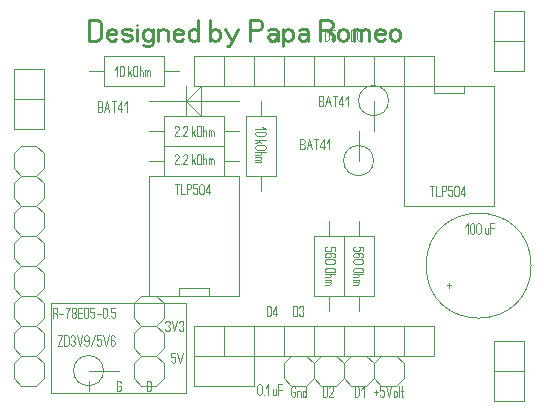
<source format=gbr>
%FSLAX34Y34*%
%MOMM*%
%LNCOPPER_BOTTOM*%
G71*
G01*
%ADD10C, 0.10*%
%ADD11C, 0.06*%
%ADD12C, 0.22*%
%LPD*%
G54D10*
X285750Y603250D02*
X400050Y603250D01*
X400050Y527050D01*
X285750Y527050D01*
X285750Y603250D01*
G54D10*
X317500Y800100D02*
X330200Y800100D01*
X330200Y812800D01*
X381000Y812800D01*
X381000Y787400D01*
X330200Y787400D01*
X330200Y800100D01*
G54D10*
X381000Y800100D02*
X393700Y800100D01*
G54D10*
X368300Y774700D02*
X444500Y774700D01*
G54D10*
X400050Y787400D02*
X400050Y762000D01*
G54D10*
X400050Y774700D02*
X412750Y787400D01*
X412750Y762000D01*
X400050Y774700D01*
G54D10*
X368300Y749300D02*
X381000Y749300D01*
X381000Y762000D01*
X431800Y762000D01*
X431800Y736600D01*
X381000Y736600D01*
X381000Y749300D01*
G54D10*
X431800Y749300D02*
X444500Y749300D01*
G54D10*
X368300Y723900D02*
X381000Y723900D01*
G54D10*
X431800Y723900D02*
X444500Y723900D01*
G54D10*
X381000Y736600D02*
X381000Y711200D01*
X431800Y711200D01*
X431800Y736600D01*
G54D10*
X463550Y774700D02*
X463550Y762000D01*
X476250Y762000D01*
X476250Y711200D01*
X450850Y711200D01*
X450850Y762000D01*
X463550Y762000D01*
G54D10*
X463550Y711200D02*
X463550Y698500D01*
G54D10*
X260350Y736600D02*
X273050Y736600D01*
X279400Y730250D01*
X279400Y717550D01*
X273050Y711200D01*
X260350Y711200D01*
X254000Y717550D01*
X254000Y730250D01*
X260350Y736600D01*
G54D10*
X260350Y711200D02*
X273050Y711200D01*
X279400Y704850D01*
X279400Y692150D01*
X273050Y685800D01*
X260350Y685800D01*
X254000Y692150D01*
X254000Y704850D01*
X260350Y711200D01*
G54D10*
X260350Y685800D02*
X273050Y685800D01*
X279400Y679450D01*
X279400Y666750D01*
X273050Y660400D01*
X260350Y660400D01*
X254000Y666750D01*
X254000Y679450D01*
X260350Y685800D01*
G54D10*
X260350Y660400D02*
X273050Y660400D01*
X279400Y654050D01*
X279400Y641350D01*
X273050Y635000D01*
X260350Y635000D01*
X254000Y641350D01*
X254000Y654050D01*
X260350Y660400D01*
G54D10*
X260350Y635000D02*
X273050Y635000D01*
X279400Y628650D01*
X279400Y615950D01*
X273050Y609600D01*
X260350Y609600D01*
X254000Y615950D01*
X254000Y628650D01*
X260350Y635000D01*
G54D10*
X260350Y609600D02*
X273050Y609600D01*
X279400Y603250D01*
X279400Y590550D01*
X273050Y584200D01*
X260350Y584200D01*
X254000Y590550D01*
X254000Y603250D01*
X260350Y609600D01*
G54D10*
X260350Y584200D02*
X273050Y584200D01*
X279400Y577850D01*
X279400Y565150D01*
X273050Y558800D01*
X260350Y558800D01*
X254000Y565150D01*
X254000Y577850D01*
X260350Y584200D01*
G54D10*
X260350Y558800D02*
X273050Y558800D01*
X279400Y552450D01*
X279400Y539750D01*
X273050Y533400D01*
X260350Y533400D01*
X254000Y539750D01*
X254000Y552450D01*
X260350Y558800D01*
G54D10*
X361950Y609600D02*
X374650Y609600D01*
X381000Y603250D01*
X381000Y590550D01*
X374650Y584200D01*
X361950Y584200D01*
X355600Y590550D01*
X355600Y603250D01*
X361950Y609600D01*
G54D10*
X361950Y584200D02*
X374650Y584200D01*
X381000Y577850D01*
X381000Y565150D01*
X374650Y558800D01*
X361950Y558800D01*
X355600Y565150D01*
X355600Y577850D01*
X361950Y584200D01*
G54D10*
X361950Y558800D02*
X374650Y558800D01*
X381000Y552450D01*
X381000Y539750D01*
X374650Y533400D01*
X361950Y533400D01*
X355600Y539750D01*
X355600Y552450D01*
X361950Y558800D01*
G54D10*
X368300Y609600D02*
X393700Y609600D01*
X393700Y615950D01*
X419100Y615950D01*
X419100Y609600D01*
G54D10*
X368300Y609600D02*
X444500Y609600D01*
X444500Y711200D01*
X368300Y711200D01*
X368300Y609600D01*
G54D10*
X406400Y584200D02*
X609600Y584200D01*
X609600Y558800D01*
X406400Y558800D01*
X406400Y584200D01*
G54D10*
X431800Y584200D02*
X431800Y558800D01*
G54D10*
X457200Y584200D02*
X457200Y558800D01*
G54D10*
X482600Y584200D02*
X482600Y558800D01*
G54D10*
X508000Y584200D02*
X508000Y558800D01*
G54D10*
X533400Y584200D02*
X533400Y558800D01*
G54D10*
X558800Y584200D02*
X558800Y558800D01*
G54D10*
X584200Y584200D02*
X584200Y558800D01*
G54D10*
X488950Y558800D02*
X501650Y558800D01*
X508000Y552450D01*
X508000Y539750D01*
X501650Y533400D01*
X488950Y533400D01*
X482600Y539750D01*
X482600Y552450D01*
X488950Y558800D01*
G54D10*
X514350Y558800D02*
X527050Y558800D01*
X533400Y552450D01*
X533400Y539750D01*
X527050Y533400D01*
X514350Y533400D01*
X508000Y539750D01*
X508000Y552450D01*
X514350Y558800D01*
G54D10*
X539750Y558800D02*
X552450Y558800D01*
X558800Y552450D01*
X558800Y539750D01*
X552450Y533400D01*
X539750Y533400D01*
X533400Y539750D01*
X533400Y552450D01*
X539750Y558800D01*
G54D10*
X565150Y558800D02*
X577850Y558800D01*
X584200Y552450D01*
X584200Y539750D01*
X577850Y533400D01*
X565150Y533400D01*
X558800Y539750D01*
X558800Y552450D01*
X565150Y558800D01*
G54D10*
X508000Y660400D02*
X558800Y660400D01*
X558800Y609600D01*
X508000Y609600D01*
X508000Y660400D01*
G54D10*
X533400Y660400D02*
X533400Y609600D01*
G54D10*
X520700Y609600D02*
X520700Y596900D01*
G54D10*
X546100Y609600D02*
X546100Y596900D01*
G54D10*
X520700Y673100D02*
X520700Y660400D01*
G54D10*
X546100Y673100D02*
X546100Y660400D01*
G54D10*
X660400Y571500D02*
X685800Y571500D01*
X685800Y520700D01*
X660400Y520700D01*
X660400Y571500D01*
G54D10*
X660400Y546100D02*
X685800Y546100D01*
G54D10*
X660400Y850900D02*
X685800Y850900D01*
X685800Y800100D01*
X660400Y800100D01*
X660400Y850900D01*
G54D10*
X660400Y825500D02*
X685800Y825500D01*
G54D10*
X584200Y787400D02*
X609600Y787400D01*
X609600Y781050D01*
X635000Y781050D01*
X635000Y787400D01*
X660400Y787400D01*
X660400Y685800D01*
X584200Y685800D01*
X584200Y787400D01*
X639762Y787400D01*
G54D10*
X558800Y774700D02*
X558800Y749300D01*
G54D10*
X546100Y749300D02*
X546100Y723900D01*
G54D10*
X406400Y812800D02*
X609600Y812800D01*
X609600Y787400D01*
X406400Y787400D01*
X406400Y812800D01*
G54D10*
X431800Y812800D02*
X431800Y787400D01*
G54D10*
X457200Y812800D02*
X457200Y787400D01*
G54D10*
X482600Y812800D02*
X482600Y787400D01*
G54D10*
X508000Y812800D02*
X508000Y787400D01*
G54D10*
X533400Y812800D02*
X533400Y787400D01*
G54D10*
X558800Y812800D02*
X558800Y787400D01*
G54D10*
X584200Y812800D02*
X584200Y787400D01*
G54D10*
G75*
G01X692150Y635000D02*
G03X692150Y635000I-44450J0D01*
G01*
G54D11*
X636588Y667543D02*
X638810Y670876D01*
X638810Y661988D01*
G54D11*
X644143Y669210D02*
X644143Y663654D01*
X643699Y662543D01*
X642810Y661988D01*
X641921Y661988D01*
X641032Y662543D01*
X640588Y663654D01*
X640588Y669210D01*
X641032Y670321D01*
X641921Y670876D01*
X642810Y670876D01*
X643699Y670321D01*
X644143Y669210D01*
G54D11*
X649477Y669210D02*
X649477Y663654D01*
X649033Y662543D01*
X648144Y661988D01*
X647255Y661988D01*
X646366Y662543D01*
X645922Y663654D01*
X645922Y669210D01*
X646366Y670321D01*
X647255Y670876D01*
X648144Y670876D01*
X649033Y670321D01*
X649477Y669210D01*
G54D11*
X655789Y666988D02*
X655789Y661988D01*
G54D11*
X655789Y663099D02*
X655345Y662210D01*
X654456Y661988D01*
X653567Y662210D01*
X653122Y663099D01*
X653122Y666988D01*
G54D11*
X657568Y661988D02*
X657568Y670876D01*
X660679Y670876D01*
G54D11*
X657568Y666432D02*
X660679Y666432D01*
G54D11*
X620712Y618251D02*
X624268Y618251D01*
G54D11*
X622490Y620474D02*
X622490Y616029D01*
G54D11*
X608203Y693738D02*
X608203Y702626D01*
G54D11*
X606425Y702626D02*
X609981Y702626D01*
G54D11*
X611759Y702626D02*
X611759Y693738D01*
X614870Y693738D01*
G54D11*
X616648Y693738D02*
X616648Y702626D01*
X618870Y702626D01*
X619759Y702071D01*
X620204Y700960D01*
X620204Y699849D01*
X619759Y698738D01*
X618870Y698182D01*
X616648Y698182D01*
G54D11*
X625538Y702626D02*
X621982Y702626D01*
X621982Y698738D01*
X622426Y698738D01*
X623315Y699293D01*
X624204Y699293D01*
X625093Y698738D01*
X625538Y697626D01*
X625538Y695404D01*
X625093Y694293D01*
X624204Y693738D01*
X623315Y693738D01*
X622426Y694293D01*
X621982Y695404D01*
G54D11*
X630872Y700960D02*
X630872Y695404D01*
X630427Y694293D01*
X629538Y693738D01*
X628649Y693738D01*
X627760Y694293D01*
X627316Y695404D01*
X627316Y700960D01*
X627760Y702071D01*
X628649Y702626D01*
X629538Y702626D01*
X630427Y702071D01*
X630872Y700960D01*
G54D11*
X635317Y693738D02*
X635317Y702626D01*
X632650Y697071D01*
X632650Y695960D01*
X636206Y695960D01*
G54D11*
X392303Y695325D02*
X392303Y704214D01*
G54D11*
X390525Y704214D02*
X394081Y704214D01*
G54D11*
X395859Y704214D02*
X395859Y695325D01*
X398970Y695325D01*
G54D11*
X400748Y695325D02*
X400748Y704214D01*
X402970Y704214D01*
X403859Y703658D01*
X404304Y702547D01*
X404304Y701436D01*
X403859Y700325D01*
X402970Y699769D01*
X400748Y699769D01*
G54D11*
X409638Y704214D02*
X406082Y704214D01*
X406082Y700325D01*
X406526Y700325D01*
X407415Y700881D01*
X408304Y700881D01*
X409193Y700325D01*
X409638Y699214D01*
X409638Y696992D01*
X409193Y695881D01*
X408304Y695325D01*
X407415Y695325D01*
X406526Y695881D01*
X406082Y696992D01*
G54D11*
X414972Y702547D02*
X414972Y696992D01*
X414527Y695881D01*
X413638Y695325D01*
X412749Y695325D01*
X411860Y695881D01*
X411416Y696992D01*
X411416Y702547D01*
X411860Y703658D01*
X412749Y704214D01*
X413638Y704214D01*
X414527Y703658D01*
X414972Y702547D01*
G54D11*
X419417Y695325D02*
X419417Y704214D01*
X416750Y698658D01*
X416750Y697547D01*
X420306Y697547D01*
G54D11*
X339725Y800893D02*
X341947Y804226D01*
X341947Y795338D01*
G54D11*
X347281Y802560D02*
X347281Y797004D01*
X346836Y795893D01*
X345947Y795338D01*
X345058Y795338D01*
X344169Y795893D01*
X343725Y797004D01*
X343725Y802560D01*
X344169Y803671D01*
X345058Y804226D01*
X345947Y804226D01*
X346836Y803671D01*
X347281Y802560D01*
G54D11*
X350926Y795338D02*
X350926Y804226D01*
G54D11*
X352259Y798671D02*
X353593Y795338D01*
G54D11*
X350926Y797560D02*
X353593Y800338D01*
G54D11*
X358927Y802560D02*
X358927Y797004D01*
X358482Y795893D01*
X357593Y795338D01*
X356704Y795338D01*
X355815Y795893D01*
X355371Y797004D01*
X355371Y802560D01*
X355815Y803671D01*
X356704Y804226D01*
X357593Y804226D01*
X358482Y803671D01*
X358927Y802560D01*
G54D11*
X360705Y795338D02*
X360705Y804226D01*
G54D11*
X360705Y798893D02*
X361149Y800004D01*
X362038Y800338D01*
X362927Y800004D01*
X363372Y798893D01*
X363372Y795338D01*
G54D11*
X365150Y795338D02*
X365150Y800338D01*
G54D11*
X365150Y799449D02*
X366039Y800338D01*
X366928Y800004D01*
X367372Y799226D01*
X367372Y795338D01*
G54D11*
X367372Y799449D02*
X368261Y800338D01*
X369150Y800004D01*
X369594Y799226D01*
X369594Y795338D01*
G54D11*
X394081Y744538D02*
X390525Y744538D01*
X390525Y745093D01*
X390969Y746204D01*
X393636Y749538D01*
X394081Y750649D01*
X394081Y751760D01*
X393636Y752871D01*
X392747Y753426D01*
X391858Y753426D01*
X390969Y752871D01*
X390525Y751760D01*
G54D11*
X395859Y744538D02*
X395859Y744538D01*
G54D11*
X401193Y744538D02*
X397637Y744538D01*
X397637Y745093D01*
X398081Y746204D01*
X400748Y749538D01*
X401193Y750649D01*
X401193Y751760D01*
X400748Y752871D01*
X399859Y753426D01*
X398970Y753426D01*
X398081Y752871D01*
X397637Y751760D01*
G54D11*
X404838Y744538D02*
X404838Y753426D01*
G54D11*
X406171Y747871D02*
X407505Y744538D01*
G54D11*
X404838Y746760D02*
X407505Y749538D01*
G54D11*
X412839Y751760D02*
X412839Y746204D01*
X412394Y745093D01*
X411505Y744538D01*
X410616Y744538D01*
X409727Y745093D01*
X409283Y746204D01*
X409283Y751760D01*
X409727Y752871D01*
X410616Y753426D01*
X411505Y753426D01*
X412394Y752871D01*
X412839Y751760D01*
G54D11*
X414617Y744538D02*
X414617Y753426D01*
G54D11*
X414617Y748093D02*
X415061Y749204D01*
X415950Y749538D01*
X416839Y749204D01*
X417284Y748093D01*
X417284Y744538D01*
G54D11*
X419062Y744538D02*
X419062Y749538D01*
G54D11*
X419062Y748649D02*
X419951Y749538D01*
X420840Y749204D01*
X421284Y748426D01*
X421284Y744538D01*
G54D11*
X421284Y748649D02*
X422173Y749538D01*
X423062Y749204D01*
X423506Y748426D01*
X423506Y744538D01*
G54D11*
X394081Y720725D02*
X390525Y720725D01*
X390525Y721281D01*
X390969Y722392D01*
X393636Y725725D01*
X394081Y726836D01*
X394081Y727947D01*
X393636Y729058D01*
X392747Y729614D01*
X391858Y729614D01*
X390969Y729058D01*
X390525Y727947D01*
G54D11*
X395859Y720725D02*
X395859Y720725D01*
G54D11*
X401193Y720725D02*
X397637Y720725D01*
X397637Y721281D01*
X398081Y722392D01*
X400748Y725725D01*
X401193Y726836D01*
X401193Y727947D01*
X400748Y729058D01*
X399859Y729614D01*
X398970Y729614D01*
X398081Y729058D01*
X397637Y727947D01*
G54D11*
X404838Y720725D02*
X404838Y729614D01*
G54D11*
X406171Y724058D02*
X407505Y720725D01*
G54D11*
X404838Y722947D02*
X407505Y725725D01*
G54D11*
X412839Y727947D02*
X412839Y722392D01*
X412394Y721281D01*
X411505Y720725D01*
X410616Y720725D01*
X409727Y721281D01*
X409283Y722392D01*
X409283Y727947D01*
X409727Y729058D01*
X410616Y729614D01*
X411505Y729614D01*
X412394Y729058D01*
X412839Y727947D01*
G54D11*
X414617Y720725D02*
X414617Y729614D01*
G54D11*
X414617Y724281D02*
X415061Y725392D01*
X415950Y725725D01*
X416839Y725392D01*
X417284Y724281D01*
X417284Y720725D01*
G54D11*
X419062Y720725D02*
X419062Y725725D01*
G54D11*
X419062Y724836D02*
X419951Y725725D01*
X420840Y725392D01*
X421284Y724614D01*
X421284Y720725D01*
G54D11*
X421284Y724836D02*
X422173Y725725D01*
X423062Y725392D01*
X423506Y724614D01*
X423506Y720725D01*
G54D11*
X464343Y752475D02*
X467676Y750253D01*
X458788Y750253D01*
G54D11*
X466010Y744919D02*
X460454Y744919D01*
X459343Y745364D01*
X458788Y746253D01*
X458788Y747142D01*
X459343Y748031D01*
X460454Y748475D01*
X466010Y748475D01*
X467121Y748031D01*
X467676Y747142D01*
X467676Y746253D01*
X467121Y745364D01*
X466010Y744919D01*
G54D11*
X458788Y741274D02*
X467676Y741274D01*
G54D11*
X462121Y739941D02*
X458788Y738607D01*
G54D11*
X461010Y741274D02*
X463788Y738607D01*
G54D11*
X466010Y733273D02*
X460454Y733273D01*
X459343Y733718D01*
X458788Y734607D01*
X458788Y735496D01*
X459343Y736385D01*
X460454Y736829D01*
X466010Y736829D01*
X467121Y736385D01*
X467676Y735496D01*
X467676Y734607D01*
X467121Y733718D01*
X466010Y733273D01*
G54D11*
X458788Y731495D02*
X467676Y731495D01*
G54D11*
X462343Y731495D02*
X463454Y731051D01*
X463788Y730162D01*
X463454Y729273D01*
X462343Y728828D01*
X458788Y728828D01*
G54D11*
X458788Y727050D02*
X463788Y727050D01*
G54D11*
X462899Y727050D02*
X463788Y726161D01*
X463454Y725272D01*
X462676Y724828D01*
X458788Y724828D01*
G54D11*
X462899Y724828D02*
X463788Y723939D01*
X463454Y723050D01*
X462676Y722606D01*
X458788Y722606D01*
G54D11*
X325438Y765175D02*
X325438Y774064D01*
X327660Y774064D01*
X328549Y773508D01*
X328993Y772397D01*
X328993Y771286D01*
X328549Y770175D01*
X327660Y769619D01*
X328549Y769064D01*
X328993Y767953D01*
X328993Y766842D01*
X328549Y765731D01*
X327660Y765175D01*
X325438Y765175D01*
G54D11*
X325438Y769619D02*
X327660Y769619D01*
G54D11*
X330772Y765175D02*
X332994Y774064D01*
X335216Y765175D01*
G54D11*
X331660Y768508D02*
X334327Y768508D01*
G54D11*
X338771Y765175D02*
X338771Y774064D01*
G54D11*
X336994Y774064D02*
X340549Y774064D01*
G54D11*
X344994Y765175D02*
X344994Y774064D01*
X342328Y768508D01*
X342328Y767397D01*
X345883Y767397D01*
G54D11*
X347662Y770731D02*
X349884Y774064D01*
X349884Y765175D01*
G54D11*
X496888Y733425D02*
X496888Y742314D01*
X499110Y742314D01*
X499999Y741758D01*
X500443Y740647D01*
X500443Y739536D01*
X499999Y738425D01*
X499110Y737869D01*
X499999Y737314D01*
X500443Y736203D01*
X500443Y735092D01*
X499999Y733981D01*
X499110Y733425D01*
X496888Y733425D01*
G54D11*
X496888Y737869D02*
X499110Y737869D01*
G54D11*
X502222Y733425D02*
X504444Y742314D01*
X506666Y733425D01*
G54D11*
X503110Y736758D02*
X505777Y736758D01*
G54D11*
X510221Y733425D02*
X510221Y742314D01*
G54D11*
X508444Y742314D02*
X511999Y742314D01*
G54D11*
X516444Y733425D02*
X516444Y742314D01*
X513778Y736758D01*
X513778Y735647D01*
X517333Y735647D01*
G54D11*
X519112Y738981D02*
X521334Y742314D01*
X521334Y733425D01*
G54D11*
X512762Y769938D02*
X512762Y778826D01*
X514985Y778826D01*
X515874Y778271D01*
X516318Y777160D01*
X516318Y776049D01*
X515874Y774938D01*
X514985Y774382D01*
X515874Y773826D01*
X516318Y772715D01*
X516318Y771604D01*
X515874Y770493D01*
X514985Y769938D01*
X512762Y769938D01*
G54D11*
X512762Y774382D02*
X514985Y774382D01*
G54D11*
X518096Y769938D02*
X520319Y778826D01*
X522541Y769938D01*
G54D11*
X518985Y773271D02*
X521652Y773271D01*
G54D11*
X526096Y769938D02*
X526096Y778826D01*
G54D11*
X524318Y778826D02*
X527874Y778826D01*
G54D11*
X532319Y769938D02*
X532319Y778826D01*
X529652Y773271D01*
X529652Y772160D01*
X533208Y772160D01*
G54D11*
X534986Y775493D02*
X537209Y778826D01*
X537209Y769938D01*
G54D11*
X468312Y592138D02*
X468312Y601026D01*
X470535Y601026D01*
X471424Y600471D01*
X471868Y599360D01*
X471868Y593804D01*
X471424Y592693D01*
X470535Y592138D01*
X468312Y592138D01*
G54D11*
X476313Y592138D02*
X476313Y601026D01*
X473646Y595471D01*
X473646Y594360D01*
X477202Y594360D01*
G54D11*
X490538Y592138D02*
X490538Y601026D01*
X492760Y601026D01*
X493649Y600471D01*
X494093Y599360D01*
X494093Y593804D01*
X493649Y592693D01*
X492760Y592138D01*
X490538Y592138D01*
G54D11*
X495872Y599360D02*
X496316Y600471D01*
X497205Y601026D01*
X498094Y601026D01*
X498983Y600471D01*
X499427Y599360D01*
X499427Y598249D01*
X498983Y597138D01*
X498094Y596582D01*
X498983Y596026D01*
X499427Y594915D01*
X499427Y593804D01*
X498983Y592693D01*
X498094Y592138D01*
X497205Y592138D01*
X496316Y592693D01*
X495872Y593804D01*
G54D11*
X526414Y647319D02*
X526414Y650875D01*
X522525Y650875D01*
X522525Y650431D01*
X523081Y649542D01*
X523081Y648653D01*
X522525Y647764D01*
X521414Y647319D01*
X519192Y647319D01*
X518081Y647764D01*
X517525Y648653D01*
X517525Y649542D01*
X518081Y650431D01*
X519192Y650875D01*
G54D11*
X524747Y641985D02*
X525858Y642430D01*
X526414Y643319D01*
X526414Y644208D01*
X525858Y645097D01*
X524747Y645541D01*
X521969Y645541D01*
X521414Y645541D01*
X522525Y644208D01*
X522525Y643319D01*
X521969Y642430D01*
X520858Y641985D01*
X519192Y641985D01*
X518081Y642430D01*
X517525Y643319D01*
X517525Y644208D01*
X518081Y645097D01*
X519192Y645541D01*
X521969Y645541D01*
G54D11*
X524747Y636651D02*
X519192Y636651D01*
X518081Y637096D01*
X517525Y637985D01*
X517525Y638874D01*
X518081Y639763D01*
X519192Y640207D01*
X524747Y640207D01*
X525858Y639763D01*
X526414Y638874D01*
X526414Y637985D01*
X525858Y637096D01*
X524747Y636651D01*
G54D11*
X524747Y629450D02*
X519192Y629450D01*
X518081Y629895D01*
X517525Y630784D01*
X517525Y631673D01*
X518081Y632562D01*
X519192Y633006D01*
X524747Y633006D01*
X525858Y632562D01*
X526414Y631673D01*
X526414Y630784D01*
X525858Y629895D01*
X524747Y629450D01*
G54D11*
X517525Y627672D02*
X526414Y627672D01*
G54D11*
X521081Y627672D02*
X522192Y627228D01*
X522525Y626339D01*
X522192Y625450D01*
X521081Y625005D01*
X517525Y625005D01*
G54D11*
X517525Y623227D02*
X522525Y623227D01*
G54D11*
X521636Y623227D02*
X522525Y622338D01*
X522192Y621449D01*
X521414Y621005D01*
X517525Y621005D01*
G54D11*
X521636Y621005D02*
X522525Y620116D01*
X522192Y619227D01*
X521414Y618783D01*
X517525Y618783D01*
G54D11*
X550226Y647319D02*
X550226Y650875D01*
X546338Y650875D01*
X546338Y650431D01*
X546893Y649542D01*
X546893Y648653D01*
X546338Y647764D01*
X545226Y647319D01*
X543004Y647319D01*
X541893Y647764D01*
X541338Y648653D01*
X541338Y649542D01*
X541893Y650431D01*
X543004Y650875D01*
G54D11*
X548560Y641985D02*
X549671Y642430D01*
X550226Y643319D01*
X550226Y644208D01*
X549671Y645097D01*
X548560Y645541D01*
X545782Y645541D01*
X545226Y645541D01*
X546338Y644208D01*
X546338Y643319D01*
X545782Y642430D01*
X544671Y641985D01*
X543004Y641985D01*
X541893Y642430D01*
X541338Y643319D01*
X541338Y644208D01*
X541893Y645097D01*
X543004Y645541D01*
X545782Y645541D01*
G54D11*
X548560Y636651D02*
X543004Y636651D01*
X541893Y637096D01*
X541338Y637985D01*
X541338Y638874D01*
X541893Y639763D01*
X543004Y640207D01*
X548560Y640207D01*
X549671Y639763D01*
X550226Y638874D01*
X550226Y637985D01*
X549671Y637096D01*
X548560Y636651D01*
G54D11*
X548560Y629450D02*
X543004Y629450D01*
X541893Y629895D01*
X541338Y630784D01*
X541338Y631673D01*
X541893Y632562D01*
X543004Y633006D01*
X548560Y633006D01*
X549671Y632562D01*
X550226Y631673D01*
X550226Y630784D01*
X549671Y629895D01*
X548560Y629450D01*
G54D11*
X541338Y627672D02*
X550226Y627672D01*
G54D11*
X544893Y627672D02*
X546004Y627228D01*
X546338Y626339D01*
X546004Y625450D01*
X544893Y625005D01*
X541338Y625005D01*
G54D11*
X541338Y623227D02*
X546338Y623227D01*
G54D11*
X545449Y623227D02*
X546338Y622338D01*
X546004Y621449D01*
X545226Y621005D01*
X541338Y621005D01*
G54D11*
X545449Y621005D02*
X546338Y620116D01*
X546004Y619227D01*
X545226Y618783D01*
X541338Y618783D01*
G54D11*
X490728Y528319D02*
X492506Y528319D01*
X492506Y525542D01*
X492061Y524431D01*
X491172Y523875D01*
X490283Y523875D01*
X489394Y524431D01*
X488950Y525542D01*
X488950Y531097D01*
X489394Y532208D01*
X490283Y532764D01*
X491172Y532764D01*
X492061Y532208D01*
X492506Y531097D01*
G54D11*
X494284Y523875D02*
X494284Y528875D01*
G54D11*
X494284Y527764D02*
X494728Y528542D01*
X495617Y528875D01*
X496506Y528542D01*
X496951Y527764D01*
X496951Y523875D01*
G54D11*
X501396Y523875D02*
X501396Y532764D01*
G54D11*
X501396Y527431D02*
X500951Y528542D01*
X500062Y528875D01*
X499173Y528542D01*
X498729Y527431D01*
X498729Y525208D01*
X499173Y524097D01*
X500062Y523875D01*
X500951Y524097D01*
X501396Y525208D01*
G54D11*
X515938Y523875D02*
X515938Y532764D01*
X518160Y532764D01*
X519049Y532208D01*
X519493Y531097D01*
X519493Y525542D01*
X519049Y524431D01*
X518160Y523875D01*
X515938Y523875D01*
G54D11*
X524827Y523875D02*
X521272Y523875D01*
X521272Y524431D01*
X521716Y525542D01*
X524383Y528875D01*
X524827Y529986D01*
X524827Y531097D01*
X524383Y532208D01*
X523494Y532764D01*
X522605Y532764D01*
X521716Y532208D01*
X521272Y531097D01*
G54D11*
X542925Y523875D02*
X542925Y532764D01*
X545147Y532764D01*
X546036Y532208D01*
X546481Y531097D01*
X546481Y525542D01*
X546036Y524431D01*
X545147Y523875D01*
X542925Y523875D01*
G54D11*
X548259Y529431D02*
X550481Y532764D01*
X550481Y523875D01*
G54D11*
X558800Y527764D02*
X562356Y527764D01*
G54D11*
X560578Y529986D02*
X560578Y525542D01*
G54D11*
X567690Y532764D02*
X564134Y532764D01*
X564134Y528875D01*
X564578Y528875D01*
X565467Y529431D01*
X566356Y529431D01*
X567245Y528875D01*
X567690Y527764D01*
X567690Y525542D01*
X567245Y524431D01*
X566356Y523875D01*
X565467Y523875D01*
X564578Y524431D01*
X564134Y525542D01*
G54D11*
X569468Y532764D02*
X571690Y523875D01*
X573912Y532764D01*
G54D11*
X578357Y525208D02*
X578357Y527431D01*
X577912Y528542D01*
X577023Y528875D01*
X576134Y528542D01*
X575690Y527431D01*
X575690Y525208D01*
X576134Y524097D01*
X577023Y523875D01*
X577912Y524097D01*
X578357Y525208D01*
G54D11*
X580135Y523875D02*
X580135Y532764D01*
G54D11*
X582802Y532764D02*
X582802Y524431D01*
X583246Y523875D01*
X583691Y524097D01*
G54D11*
X581913Y528875D02*
X583691Y528875D01*
G54D10*
X406400Y558800D02*
X406400Y533400D01*
X457200Y533400D01*
X457200Y558800D01*
G54D11*
X289115Y594994D02*
X290449Y593883D01*
X290893Y592772D01*
X290893Y590550D01*
G54D11*
X287338Y590550D02*
X287338Y599439D01*
X289560Y599439D01*
X290449Y598883D01*
X290893Y597772D01*
X290893Y596661D01*
X290449Y595550D01*
X289560Y594994D01*
X287338Y594994D01*
G54D11*
X292672Y594439D02*
X296227Y594439D01*
G54D11*
X298006Y599439D02*
X301561Y599439D01*
X301117Y598328D01*
X300228Y596661D01*
X299339Y594439D01*
X298894Y592772D01*
X298894Y590550D01*
G54D11*
X305562Y594994D02*
X304673Y594994D01*
X303784Y595550D01*
X303340Y596661D01*
X303340Y597772D01*
X303784Y598883D01*
X304673Y599439D01*
X305562Y599439D01*
X306451Y598883D01*
X306895Y597772D01*
X306895Y596661D01*
X306451Y595550D01*
X305562Y594994D01*
X306451Y594439D01*
X306895Y593328D01*
X306895Y592217D01*
X306451Y591106D01*
X305562Y590550D01*
X304673Y590550D01*
X303784Y591106D01*
X303340Y592217D01*
X303340Y593328D01*
X303784Y594439D01*
X304673Y594994D01*
G54D11*
X311785Y590550D02*
X308674Y590550D01*
X308674Y599439D01*
X311785Y599439D01*
G54D11*
X308674Y594994D02*
X311785Y594994D01*
G54D11*
X317118Y597772D02*
X317118Y592217D01*
X316674Y591106D01*
X315785Y590550D01*
X314896Y590550D01*
X314007Y591106D01*
X313562Y592217D01*
X313562Y597772D01*
X314007Y598883D01*
X314896Y599439D01*
X315785Y599439D01*
X316674Y598883D01*
X317118Y597772D01*
G54D11*
X322452Y599439D02*
X318896Y599439D01*
X318896Y595550D01*
X319341Y595550D01*
X320230Y596106D01*
X321119Y596106D01*
X322008Y595550D01*
X322452Y594439D01*
X322452Y592217D01*
X322008Y591106D01*
X321119Y590550D01*
X320230Y590550D01*
X319341Y591106D01*
X318896Y592217D01*
G54D11*
X324230Y594439D02*
X327786Y594439D01*
G54D11*
X333120Y597772D02*
X333120Y592217D01*
X332676Y591106D01*
X331787Y590550D01*
X330898Y590550D01*
X330009Y591106D01*
X329564Y592217D01*
X329564Y597772D01*
X330009Y598883D01*
X330898Y599439D01*
X331787Y599439D01*
X332676Y598883D01*
X333120Y597772D01*
G54D11*
X334898Y590550D02*
X334898Y590550D01*
G54D11*
X340232Y599439D02*
X336676Y599439D01*
X336676Y595550D01*
X337121Y595550D01*
X338010Y596106D01*
X338899Y596106D01*
X339788Y595550D01*
X340232Y594439D01*
X340232Y592217D01*
X339788Y591106D01*
X338899Y590550D01*
X338010Y590550D01*
X337121Y591106D01*
X336676Y592217D01*
G54D11*
X343090Y533082D02*
X344868Y533082D01*
X344868Y530304D01*
X344424Y529193D01*
X343535Y528638D01*
X342646Y528638D01*
X341757Y529193D01*
X341312Y530304D01*
X341312Y535860D01*
X341757Y536971D01*
X342646Y537526D01*
X343535Y537526D01*
X344424Y536971D01*
X344868Y535860D01*
G54D11*
X370268Y535860D02*
X370268Y530304D01*
X369824Y529193D01*
X368935Y528638D01*
X368046Y528638D01*
X367157Y529193D01*
X366712Y530304D01*
X366712Y535860D01*
X367157Y536971D01*
X368046Y537526D01*
X368935Y537526D01*
X369824Y536971D01*
X370268Y535860D01*
G54D11*
X317500Y528638D02*
X317500Y537526D01*
G54D11*
X517525Y825500D02*
X517525Y834389D01*
X519747Y834389D01*
X520636Y833833D01*
X521081Y832722D01*
X521081Y827167D01*
X520636Y826056D01*
X519747Y825500D01*
X517525Y825500D01*
G54D11*
X526415Y834389D02*
X522859Y834389D01*
X522859Y830500D01*
X523303Y830500D01*
X524192Y831056D01*
X525081Y831056D01*
X525970Y830500D01*
X526415Y829389D01*
X526415Y827167D01*
X525970Y826056D01*
X525081Y825500D01*
X524192Y825500D01*
X523303Y826056D01*
X522859Y827167D01*
G54D11*
X539750Y825500D02*
X539750Y834389D01*
X541972Y834389D01*
X542861Y833833D01*
X543306Y832722D01*
X543306Y827167D01*
X542861Y826056D01*
X541972Y825500D01*
X539750Y825500D01*
G54D11*
X548640Y832722D02*
X548640Y827167D01*
X548195Y826056D01*
X547306Y825500D01*
X546417Y825500D01*
X545528Y826056D01*
X545084Y827167D01*
X545084Y832722D01*
X545528Y833833D01*
X546417Y834389D01*
X547306Y834389D01*
X548195Y833833D01*
X548640Y832722D01*
G54D11*
X382588Y586660D02*
X383032Y587771D01*
X383921Y588326D01*
X384810Y588326D01*
X385699Y587771D01*
X386143Y586660D01*
X386143Y585549D01*
X385699Y584438D01*
X384810Y583882D01*
X385699Y583326D01*
X386143Y582215D01*
X386143Y581104D01*
X385699Y579993D01*
X384810Y579438D01*
X383921Y579438D01*
X383032Y579993D01*
X382588Y581104D01*
G54D11*
X387922Y588326D02*
X390144Y579438D01*
X392366Y588326D01*
G54D11*
X394144Y586660D02*
X394588Y587771D01*
X395477Y588326D01*
X396366Y588326D01*
X397255Y587771D01*
X397699Y586660D01*
X397699Y585549D01*
X397255Y584438D01*
X396366Y583882D01*
X397255Y583326D01*
X397699Y582215D01*
X397699Y581104D01*
X397255Y579993D01*
X396366Y579438D01*
X395477Y579438D01*
X394588Y579993D01*
X394144Y581104D01*
G54D11*
X390906Y561339D02*
X387350Y561339D01*
X387350Y557450D01*
X387794Y557450D01*
X388683Y558006D01*
X389572Y558006D01*
X390461Y557450D01*
X390906Y556339D01*
X390906Y554117D01*
X390461Y553006D01*
X389572Y552450D01*
X388683Y552450D01*
X387794Y553006D01*
X387350Y554117D01*
G54D11*
X392684Y561339D02*
X394906Y552450D01*
X397128Y561339D01*
G54D11*
X463931Y532685D02*
X463931Y527129D01*
X463486Y526018D01*
X462597Y525462D01*
X461708Y525462D01*
X460819Y526018D01*
X460375Y527129D01*
X460375Y532685D01*
X460819Y533796D01*
X461708Y534351D01*
X462597Y534351D01*
X463486Y533796D01*
X463931Y532685D01*
G54D11*
X465709Y525462D02*
X465709Y525462D01*
G54D11*
X467487Y531018D02*
X469709Y534351D01*
X469709Y525462D01*
G54D11*
X476021Y530462D02*
X476021Y525462D01*
G54D11*
X476021Y526574D02*
X475576Y525685D01*
X474687Y525462D01*
X473798Y525685D01*
X473354Y526574D01*
X473354Y530462D01*
G54D11*
X477799Y525462D02*
X477799Y534351D01*
X480910Y534351D01*
G54D11*
X477799Y529907D02*
X480910Y529907D01*
G54D10*
X317500Y546100D02*
X342900Y546100D01*
G54D10*
X254000Y801688D02*
X279400Y801688D01*
X279400Y750888D01*
X254000Y750888D01*
X254000Y801688D01*
G54D10*
X254000Y776288D02*
X279400Y776288D01*
G54D10*
G75*
G01X571500Y774700D02*
G03X571500Y774700I-12700J0D01*
G01*
G54D10*
G75*
G01X558800Y723900D02*
G03X558800Y723900I-12700J0D01*
G01*
G54D10*
X546100Y749300D02*
X546100Y723900D01*
G54D10*
X558800Y749300D02*
X558800Y774700D01*
G54D10*
G75*
G01X330200Y546100D02*
G03X330200Y546100I-12700J0D01*
G01*
G54D10*
X317500Y546100D02*
X342900Y546100D01*
G54D11*
X291720Y575944D02*
X295276Y575944D01*
X291720Y567056D01*
X295276Y567056D01*
G54D11*
X297054Y567056D02*
X297054Y575944D01*
X299277Y575944D01*
X300166Y575389D01*
X300610Y574278D01*
X300610Y568722D01*
X300166Y567611D01*
X299277Y567056D01*
X297054Y567056D01*
G54D11*
X302388Y574278D02*
X302833Y575389D01*
X303722Y575944D01*
X304611Y575944D01*
X305500Y575389D01*
X305944Y574278D01*
X305944Y573167D01*
X305500Y572056D01*
X304611Y571500D01*
X305500Y570944D01*
X305944Y569833D01*
X305944Y568722D01*
X305500Y567611D01*
X304611Y567056D01*
X303722Y567056D01*
X302833Y567611D01*
X302388Y568722D01*
G54D11*
X307722Y575944D02*
X309945Y567056D01*
X312167Y575944D01*
G54D11*
X313944Y568722D02*
X314389Y567611D01*
X315278Y567056D01*
X316167Y567056D01*
X317056Y567611D01*
X317500Y568722D01*
X317500Y571500D01*
X317500Y572056D01*
X316167Y570944D01*
X315278Y570944D01*
X314389Y571500D01*
X313944Y572611D01*
X313944Y574278D01*
X314389Y575389D01*
X315278Y575944D01*
X316167Y575944D01*
X317056Y575389D01*
X317500Y574278D01*
X317500Y571500D01*
G54D11*
X319278Y567056D02*
X322834Y575944D01*
G54D11*
X328168Y575944D02*
X324612Y575944D01*
X324612Y572056D01*
X325057Y572056D01*
X325946Y572611D01*
X326835Y572611D01*
X327724Y572056D01*
X328168Y570944D01*
X328168Y568722D01*
X327724Y567611D01*
X326835Y567056D01*
X325946Y567056D01*
X325057Y567611D01*
X324612Y568722D01*
G54D11*
X329946Y575944D02*
X332169Y567056D01*
X334391Y575944D01*
G54D11*
X339724Y574278D02*
X339280Y575389D01*
X338391Y575944D01*
X337502Y575944D01*
X336613Y575389D01*
X336168Y574278D01*
X336168Y571500D01*
X336168Y570944D01*
X337502Y572056D01*
X338391Y572056D01*
X339280Y571500D01*
X339724Y570389D01*
X339724Y568722D01*
X339280Y567611D01*
X338391Y567056D01*
X337502Y567056D01*
X336613Y567611D01*
X336168Y568722D01*
X336168Y571500D01*
G54D12*
X317500Y825500D02*
X317500Y843278D01*
X324167Y843278D01*
X326833Y842167D01*
X328167Y839944D01*
X328167Y828833D01*
X326833Y826611D01*
X324167Y825500D01*
X317500Y825500D01*
G54D12*
X341056Y826611D02*
X338923Y825500D01*
X336256Y825500D01*
X333589Y826611D01*
X333056Y828833D01*
X333056Y832611D01*
X334389Y834833D01*
X337056Y835500D01*
X339723Y834833D01*
X341056Y833278D01*
X341056Y831056D01*
X333056Y831056D01*
G54D12*
X345945Y826611D02*
X348612Y825500D01*
X351278Y825500D01*
X353945Y826611D01*
X353945Y828833D01*
X352612Y829944D01*
X347278Y831056D01*
X345945Y832167D01*
X345945Y834389D01*
X348612Y835500D01*
X351278Y835500D01*
X353945Y834389D01*
G54D12*
X358834Y825500D02*
X358834Y835500D01*
G54D12*
X358834Y838833D02*
X358834Y838833D01*
G54D12*
X363723Y822167D02*
X366390Y821056D01*
X368256Y821056D01*
X370923Y822167D01*
X371723Y824389D01*
X371723Y835500D01*
G54D12*
X371723Y832611D02*
X370390Y834833D01*
X367723Y835500D01*
X365056Y834833D01*
X363723Y832611D01*
X363723Y828167D01*
X365056Y825944D01*
X367723Y825500D01*
X370390Y825944D01*
X371723Y828167D01*
G54D12*
X376612Y825500D02*
X376612Y835500D01*
G54D12*
X376612Y833278D02*
X377945Y834833D01*
X380612Y835500D01*
X383279Y834833D01*
X384612Y833278D01*
X384612Y825500D01*
G54D12*
X397501Y826611D02*
X395368Y825500D01*
X392701Y825500D01*
X390034Y826611D01*
X389501Y828833D01*
X389501Y832611D01*
X390834Y834833D01*
X393501Y835500D01*
X396168Y834833D01*
X397501Y833278D01*
X397501Y831056D01*
X389501Y831056D01*
G54D12*
X410390Y825500D02*
X410390Y843278D01*
G54D12*
X410390Y832611D02*
X409057Y834833D01*
X406390Y835500D01*
X403723Y834833D01*
X402390Y832611D01*
X402390Y828167D01*
X403723Y825944D01*
X406390Y825500D01*
X409057Y825944D01*
X410390Y828167D01*
G54D12*
X420435Y825500D02*
X420435Y843278D01*
G54D12*
X420435Y832611D02*
X421768Y834833D01*
X424435Y835500D01*
X427102Y834833D01*
X428435Y832611D01*
X428435Y828167D01*
X427102Y825944D01*
X424435Y825500D01*
X421768Y825944D01*
X420435Y828167D01*
G54D12*
X433324Y835500D02*
X438657Y825500D01*
X443991Y835500D01*
G54D12*
X438657Y825500D02*
X437324Y822167D01*
X435991Y821056D01*
X434657Y821056D01*
G54D12*
X454036Y825500D02*
X454036Y843278D01*
X460703Y843278D01*
X463369Y842167D01*
X464703Y839944D01*
X464703Y837722D01*
X463369Y835500D01*
X460703Y834389D01*
X454036Y834389D01*
G54D12*
X469592Y834389D02*
X472259Y835500D01*
X475459Y835500D01*
X477592Y833278D01*
X477592Y825500D01*
G54D12*
X477592Y828833D02*
X476259Y831056D01*
X473592Y831500D01*
X470925Y831056D01*
X469592Y828833D01*
X470125Y826611D01*
X472259Y825500D01*
X473592Y825500D01*
X474125Y825500D01*
X476259Y826611D01*
X477592Y828833D01*
G54D12*
X482481Y835500D02*
X482481Y821056D01*
G54D12*
X482481Y828833D02*
X483814Y825944D01*
X486481Y825500D01*
X489148Y825944D01*
X490481Y828167D01*
X490481Y832611D01*
X489148Y834833D01*
X486481Y835500D01*
X483814Y834833D01*
X482481Y832167D01*
G54D12*
X495370Y834389D02*
X498037Y835500D01*
X501237Y835500D01*
X503370Y833278D01*
X503370Y825500D01*
G54D12*
X503370Y828833D02*
X502037Y831056D01*
X499370Y831500D01*
X496703Y831056D01*
X495370Y828833D01*
X495903Y826611D01*
X498037Y825500D01*
X499370Y825500D01*
X499903Y825500D01*
X502037Y826611D01*
X503370Y828833D01*
G54D12*
X518748Y834389D02*
X522748Y832167D01*
X524082Y829944D01*
X524082Y825500D01*
G54D12*
X513415Y825500D02*
X513415Y843278D01*
X520082Y843278D01*
X522748Y842167D01*
X524082Y839944D01*
X524082Y837722D01*
X522748Y835500D01*
X520082Y834389D01*
X513415Y834389D01*
G54D12*
X536971Y828167D02*
X536971Y832611D01*
X535638Y834833D01*
X532971Y835500D01*
X530304Y834833D01*
X528971Y832611D01*
X528971Y828167D01*
X530304Y825944D01*
X532971Y825500D01*
X535638Y825944D01*
X536971Y828167D01*
G54D12*
X541860Y825500D02*
X541860Y835500D01*
G54D12*
X541860Y833722D02*
X544527Y835500D01*
X547193Y834833D01*
X548527Y833278D01*
X548527Y825500D01*
G54D12*
X548527Y833722D02*
X551193Y835500D01*
X553860Y834833D01*
X555193Y833278D01*
X555193Y825500D01*
G54D12*
X568082Y826611D02*
X565949Y825500D01*
X563282Y825500D01*
X560615Y826611D01*
X560082Y828833D01*
X560082Y832611D01*
X561415Y834833D01*
X564082Y835500D01*
X566749Y834833D01*
X568082Y833278D01*
X568082Y831056D01*
X560082Y831056D01*
G54D12*
X580971Y828167D02*
X580971Y832611D01*
X579638Y834833D01*
X576971Y835500D01*
X574304Y834833D01*
X572971Y832611D01*
X572971Y828167D01*
X574304Y825944D01*
X576971Y825500D01*
X579638Y825944D01*
X580971Y828167D01*
M02*

</source>
